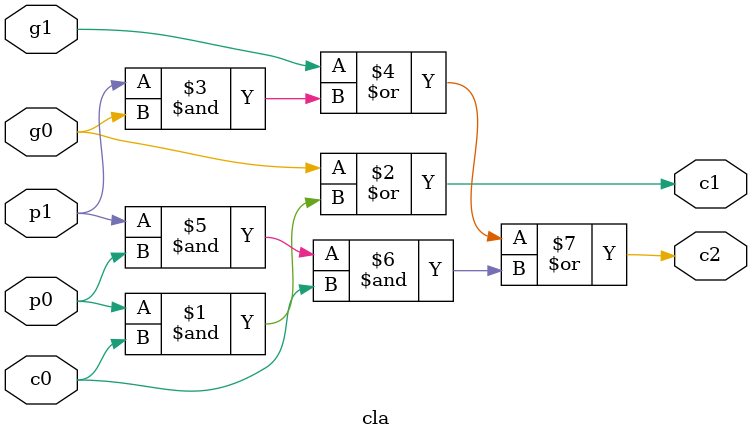
<source format=v>
module cla(
  input  g0, p0, c0,
  input  g1, p1,
  output c1, c2
);

assign c1 = g0 | (p0 & c0);
assign c2 = g1 | (p1 & g0) | (p1 & p0 & c0);

endmodule

</source>
